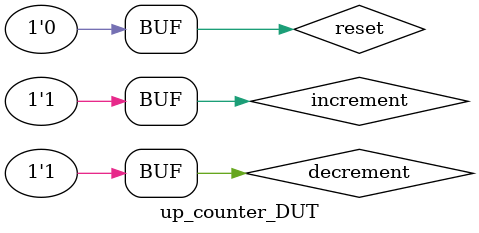
<source format=v>
module up_counter(clk,reset,increment,decrement,count);
  
  input clk ,reset,increment,decrement;
  
  output  reg[5:0] count; // 0- 50 6bit 
  
  initial 
  count <=6'b0;
  
  always @(posedge clk or posedge reset)
  begin
    if(reset)
    count <= 6'b0;
  else if(increment && count <50) 
    count <= count+1;
  else if(decrement && count)// 1 0
    count <= count -1;
  else if(count == 50)
  $display("GARAGE IS FULL");
 else if(count == 0 && decrement)
$display("GARAGE IS empty");
  end
endmodule

module up_counter_DUT();
  
  wire clk;
  wire [5:0] count ;
  reg reset , increment , decrement;
 // wire CLK100Hz;
 // clock_divider dvd(clk,reset,CLK100Hz);
  initial begin
    
    reset =1;#100;
    reset =0; increment =1;  #100;
    increment =1; #100;
    increment =1; #100;
    increment =1; #100;
    increment =0;decrement = 1 ;#100;
   increment =0; decrement = 1 ;#100;
    increment = 1;
  end
  up_counter cc(clk,reset,increment,decrement,count);
endmodule
</source>
